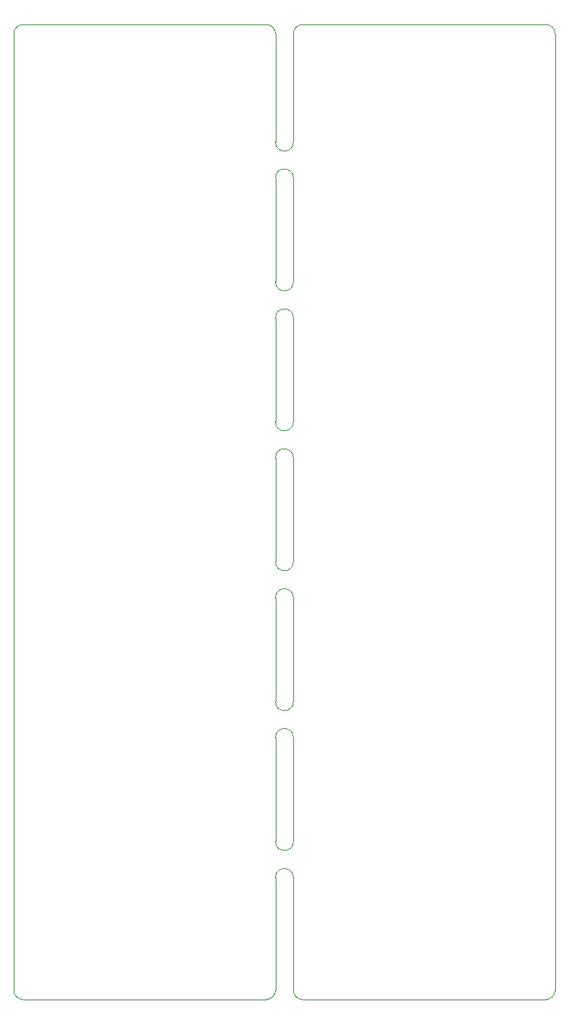
<source format=gm1>
%TF.GenerationSoftware,KiCad,Pcbnew,8.0.3*%
%TF.CreationDate,2024-07-04T10:47:54+01:00*%
%TF.ProjectId,dual-vca,6475616c-2d76-4636-912e-6b696361645f,rev?*%
%TF.SameCoordinates,Original*%
%TF.FileFunction,Profile,NP*%
%FSLAX46Y46*%
G04 Gerber Fmt 4.6, Leading zero omitted, Abs format (unit mm)*
G04 Created by KiCad (PCBNEW 8.0.3) date 2024-07-04 10:47:54*
%MOMM*%
%LPD*%
G01*
G04 APERTURE LIST*
%TA.AperFunction,Profile*%
%ADD10C,0.050000*%
%TD*%
G04 APERTURE END LIST*
D10*
X109000000Y-78000000D02*
X109000000Y-89500000D01*
X109000000Y-47000000D02*
X109000000Y-58500000D01*
X111000000Y-137000000D02*
X111000000Y-124500000D01*
X111000000Y-89500000D02*
X111000000Y-78000000D01*
X111000000Y-120500000D02*
X111000000Y-109000000D01*
X109000000Y-137000000D02*
G75*
G02*
X108000000Y-138000000I-1000000J0D01*
G01*
X111000000Y-31000000D02*
G75*
G02*
X112000000Y-30000000I1000000J0D01*
G01*
X111000000Y-74000000D02*
X111000000Y-62500000D01*
X111000000Y-43000000D02*
X111000000Y-31000000D01*
X109000000Y-109000000D02*
X109000000Y-120500000D01*
X139000000Y-30000000D02*
G75*
G02*
X140000000Y-31000000I0J-1000000D01*
G01*
X111000000Y-105000000D02*
X111000000Y-93500000D01*
X109000000Y-93500000D02*
X109000000Y-105000000D01*
X112000000Y-30000000D02*
X139000000Y-30000000D01*
X109000000Y-31000000D02*
X109000000Y-43000000D01*
X80000000Y-31000000D02*
G75*
G02*
X81000000Y-30000000I1000000J0D01*
G01*
X140000000Y-137000000D02*
G75*
G02*
X139000000Y-138000000I-1000000J0D01*
G01*
X81000000Y-138000000D02*
G75*
G02*
X80000000Y-137000000I0J1000000D01*
G01*
X81000000Y-30000000D02*
X108000000Y-30000000D01*
X111000000Y-58500000D02*
X111000000Y-47000000D01*
X140000000Y-31000000D02*
X140000000Y-137000000D01*
X139000000Y-138000000D02*
X112000000Y-138000000D01*
X109000000Y-124500000D02*
X109000000Y-137000000D01*
X108000000Y-138000000D02*
X81000000Y-138000000D01*
X109000000Y-62500000D02*
X109000000Y-74000000D01*
X112000000Y-138000000D02*
G75*
G02*
X111000000Y-137000000I0J1000000D01*
G01*
X108000000Y-30000000D02*
G75*
G02*
X109000000Y-31000000I0J-1000000D01*
G01*
X80000000Y-137000000D02*
X80000000Y-31000000D01*
%TO.C,mouse-bite-2mm-slot*%
X109000000Y-47000000D02*
G75*
G02*
X111000000Y-47000000I1000000J0D01*
G01*
X111000000Y-43000000D02*
G75*
G02*
X109000000Y-43000000I-1000000J0D01*
G01*
X109000000Y-62500000D02*
G75*
G02*
X111000000Y-62500000I1000000J0D01*
G01*
X111000000Y-58500000D02*
G75*
G02*
X109000000Y-58500000I-1000000J0D01*
G01*
X109000000Y-78000000D02*
G75*
G02*
X111000000Y-78000000I1000000J0D01*
G01*
X111000000Y-74000000D02*
G75*
G02*
X109000000Y-74000000I-1000000J0D01*
G01*
X109000000Y-124500000D02*
G75*
G02*
X111000000Y-124500000I1000000J0D01*
G01*
X111000000Y-120500000D02*
G75*
G02*
X109000000Y-120500000I-1000000J0D01*
G01*
X109000000Y-93500000D02*
G75*
G02*
X111000000Y-93500000I1000000J0D01*
G01*
X111000000Y-89500000D02*
G75*
G02*
X109000000Y-89500000I-1000000J0D01*
G01*
X109000000Y-109000000D02*
G75*
G02*
X111000000Y-109000000I1000000J0D01*
G01*
X111000000Y-105000000D02*
G75*
G02*
X109000000Y-105000000I-1000000J0D01*
G01*
%TD*%
M02*

</source>
